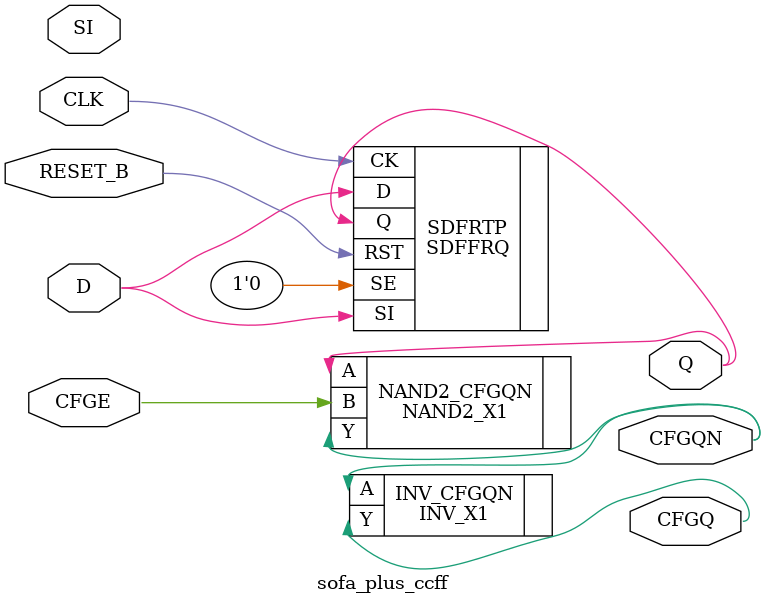
<source format=v>


module sofa_plus_ccff
(
  input RESET_B,
  input CFGE,
  input D,
  input SI,
  output Q,
  output CFGQN,
  output CFGQ,
  input CLK
);


  NAND2_X1
  NAND2_CFGQN
  (
    .A(Q),
    .B(CFGE),
    .Y(CFGQN)
  );


  INV_X1
  INV_CFGQN
  (
    .A(CFGQN),
    .Y(CFGQ)
  );


  SDFFRQ
  SDFRTP
  (
    .SE(1'b0),
    .D(D),
    .SI(D),
    .RST(RESET_B),
    .CK(CLK),
    .Q(Q)
  );


endmodule


</source>
